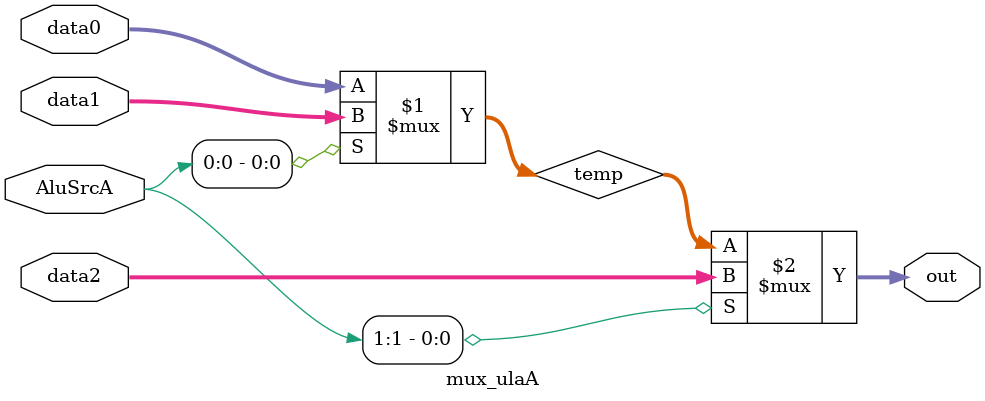
<source format=v>
module mux_ulaA (
    input wire [31:0] data0, data1, data2, 
    input wire [1:0] AluSrcA, 
    output wire [31:0] out);

    wire [31:0] temp;

    //00 = data0
    //01 = data1
    //10 = data2 
    
    assign temp = (AluSrcA[0]) ? data1:data0;
    assign out = (AluSrcA[1]) ? data2:temp;




endmodule
</source>
